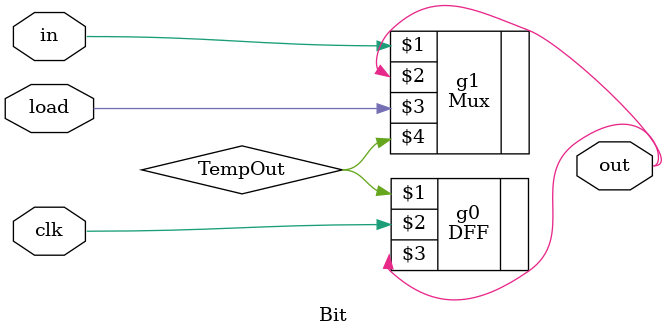
<source format=v>
`include "../03/DFF.v"

module Bit(in,load,clk,out);
    input in,load,clk;
    output out;
    wire TempOut;
// If load[t] == 1 then out[t+1] = in[t]
// else out does not change (out[t+1] = out[t])
    Mux g1(in,out,load,TempOut);
    DFF g0(TempOut,clk,out);

endmodule
</source>
